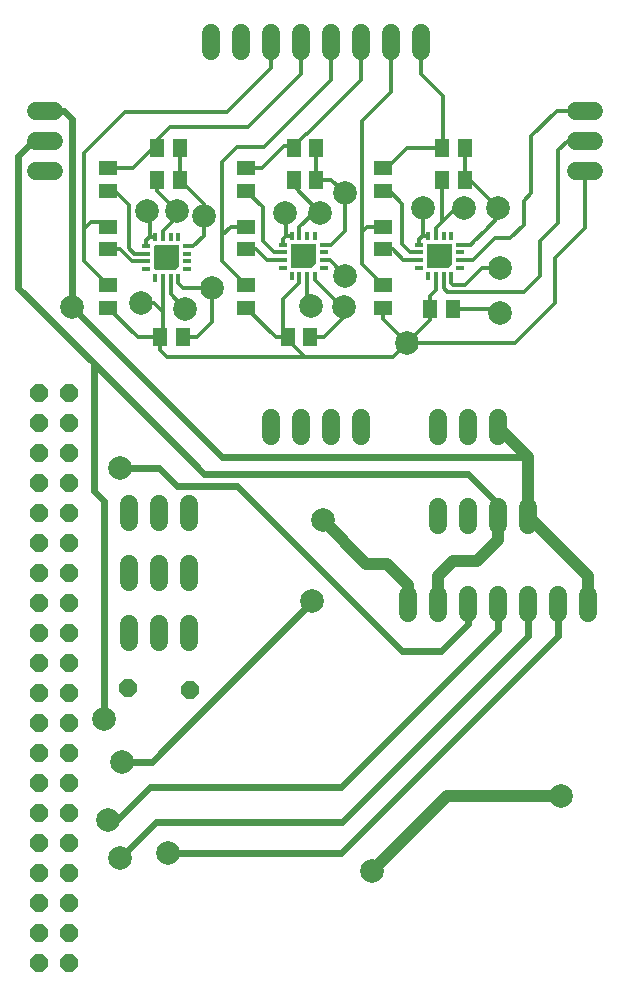
<source format=gbr>
G04 EAGLE Gerber RS-274X export*
G75*
%MOMM*%
%FSLAX34Y34*%
%LPD*%
%INBottom Copper*%
%IPPOS*%
%AMOC8*
5,1,8,0,0,1.08239X$1,22.5*%
G01*
%ADD10R,1.500000X1.300000*%
%ADD11R,1.300000X1.500000*%
%ADD12R,1.000000X1.000000*%
%ADD13R,0.350000X0.700000*%
%ADD14R,0.700000X0.350000*%
%ADD15P,1.649562X8X112.500000*%
%ADD16C,1.524000*%
%ADD17P,1.649562X8X22.500000*%
%ADD18C,2.000759*%
%ADD19C,1.016000*%
%ADD20C,0.609600*%
%ADD21C,0.355600*%

G36*
X386167Y628282D02*
X386167Y628282D01*
X386254Y628285D01*
X386307Y628302D01*
X386362Y628310D01*
X386441Y628345D01*
X386525Y628372D01*
X386564Y628400D01*
X386621Y628426D01*
X386734Y628522D01*
X386798Y628567D01*
X389973Y631742D01*
X390025Y631812D01*
X390085Y631876D01*
X390111Y631925D01*
X390144Y631969D01*
X390175Y632051D01*
X390215Y632129D01*
X390223Y632177D01*
X390245Y632235D01*
X390257Y632383D01*
X390270Y632460D01*
X390270Y648335D01*
X390262Y648393D01*
X390264Y648451D01*
X390242Y648533D01*
X390230Y648617D01*
X390207Y648670D01*
X390192Y648726D01*
X390149Y648799D01*
X390114Y648876D01*
X390076Y648921D01*
X390047Y648971D01*
X389985Y649029D01*
X389931Y649093D01*
X389882Y649125D01*
X389839Y649165D01*
X389764Y649204D01*
X389694Y649251D01*
X389638Y649268D01*
X389586Y649295D01*
X389518Y649306D01*
X389423Y649336D01*
X389323Y649339D01*
X389255Y649350D01*
X370205Y649350D01*
X370147Y649342D01*
X370089Y649344D01*
X370007Y649322D01*
X369924Y649310D01*
X369870Y649287D01*
X369814Y649272D01*
X369741Y649229D01*
X369664Y649194D01*
X369619Y649156D01*
X369569Y649127D01*
X369511Y649065D01*
X369447Y649011D01*
X369415Y648962D01*
X369375Y648919D01*
X369336Y648844D01*
X369290Y648774D01*
X369272Y648718D01*
X369245Y648666D01*
X369234Y648598D01*
X369204Y648503D01*
X369201Y648403D01*
X369190Y648335D01*
X369190Y629285D01*
X369198Y629227D01*
X369196Y629169D01*
X369218Y629087D01*
X369230Y629004D01*
X369254Y628950D01*
X369268Y628894D01*
X369311Y628821D01*
X369346Y628744D01*
X369384Y628699D01*
X369414Y628649D01*
X369475Y628591D01*
X369530Y628527D01*
X369578Y628495D01*
X369621Y628455D01*
X369696Y628416D01*
X369766Y628370D01*
X369822Y628352D01*
X369874Y628325D01*
X369942Y628314D01*
X370037Y628284D01*
X370137Y628281D01*
X370205Y628270D01*
X386080Y628270D01*
X386167Y628282D01*
G37*
G36*
X270597Y628282D02*
X270597Y628282D01*
X270684Y628285D01*
X270737Y628302D01*
X270792Y628310D01*
X270871Y628345D01*
X270955Y628372D01*
X270994Y628400D01*
X271051Y628426D01*
X271164Y628522D01*
X271228Y628567D01*
X274403Y631742D01*
X274455Y631812D01*
X274515Y631876D01*
X274541Y631925D01*
X274574Y631969D01*
X274605Y632051D01*
X274645Y632129D01*
X274653Y632177D01*
X274675Y632235D01*
X274687Y632383D01*
X274700Y632460D01*
X274700Y648335D01*
X274692Y648393D01*
X274694Y648451D01*
X274672Y648533D01*
X274660Y648617D01*
X274637Y648670D01*
X274622Y648726D01*
X274579Y648799D01*
X274544Y648876D01*
X274506Y648921D01*
X274477Y648971D01*
X274415Y649029D01*
X274361Y649093D01*
X274312Y649125D01*
X274269Y649165D01*
X274194Y649204D01*
X274124Y649251D01*
X274068Y649268D01*
X274016Y649295D01*
X273948Y649306D01*
X273853Y649336D01*
X273753Y649339D01*
X273685Y649350D01*
X254635Y649350D01*
X254577Y649342D01*
X254519Y649344D01*
X254437Y649322D01*
X254354Y649310D01*
X254300Y649287D01*
X254244Y649272D01*
X254171Y649229D01*
X254094Y649194D01*
X254049Y649156D01*
X253999Y649127D01*
X253941Y649065D01*
X253877Y649011D01*
X253845Y648962D01*
X253805Y648919D01*
X253766Y648844D01*
X253720Y648774D01*
X253702Y648718D01*
X253675Y648666D01*
X253664Y648598D01*
X253634Y648503D01*
X253631Y648403D01*
X253620Y648335D01*
X253620Y629285D01*
X253628Y629227D01*
X253626Y629169D01*
X253648Y629087D01*
X253660Y629004D01*
X253684Y628950D01*
X253698Y628894D01*
X253741Y628821D01*
X253776Y628744D01*
X253814Y628699D01*
X253844Y628649D01*
X253905Y628591D01*
X253960Y628527D01*
X254008Y628495D01*
X254051Y628455D01*
X254126Y628416D01*
X254196Y628370D01*
X254252Y628352D01*
X254304Y628325D01*
X254372Y628314D01*
X254467Y628284D01*
X254567Y628281D01*
X254635Y628270D01*
X270510Y628270D01*
X270597Y628282D01*
G37*
G36*
X155027Y627012D02*
X155027Y627012D01*
X155114Y627015D01*
X155167Y627032D01*
X155222Y627040D01*
X155301Y627075D01*
X155385Y627102D01*
X155424Y627130D01*
X155481Y627156D01*
X155594Y627252D01*
X155658Y627297D01*
X158833Y630472D01*
X158885Y630542D01*
X158945Y630606D01*
X158971Y630655D01*
X159004Y630699D01*
X159035Y630781D01*
X159075Y630859D01*
X159083Y630907D01*
X159105Y630965D01*
X159117Y631113D01*
X159130Y631190D01*
X159130Y647065D01*
X159122Y647123D01*
X159124Y647181D01*
X159102Y647263D01*
X159090Y647347D01*
X159067Y647400D01*
X159052Y647456D01*
X159009Y647529D01*
X158974Y647606D01*
X158936Y647651D01*
X158907Y647701D01*
X158845Y647759D01*
X158791Y647823D01*
X158742Y647855D01*
X158699Y647895D01*
X158624Y647934D01*
X158554Y647981D01*
X158498Y647998D01*
X158446Y648025D01*
X158378Y648036D01*
X158283Y648066D01*
X158183Y648069D01*
X158115Y648080D01*
X139065Y648080D01*
X139007Y648072D01*
X138949Y648074D01*
X138867Y648052D01*
X138784Y648040D01*
X138730Y648017D01*
X138674Y648002D01*
X138601Y647959D01*
X138524Y647924D01*
X138479Y647886D01*
X138429Y647857D01*
X138371Y647795D01*
X138307Y647741D01*
X138275Y647692D01*
X138235Y647649D01*
X138196Y647574D01*
X138150Y647504D01*
X138132Y647448D01*
X138105Y647396D01*
X138094Y647328D01*
X138064Y647233D01*
X138061Y647133D01*
X138050Y647065D01*
X138050Y628015D01*
X138058Y627957D01*
X138056Y627899D01*
X138078Y627817D01*
X138090Y627734D01*
X138114Y627680D01*
X138128Y627624D01*
X138171Y627551D01*
X138206Y627474D01*
X138244Y627429D01*
X138274Y627379D01*
X138335Y627321D01*
X138390Y627257D01*
X138438Y627225D01*
X138481Y627185D01*
X138556Y627146D01*
X138626Y627100D01*
X138682Y627082D01*
X138734Y627055D01*
X138802Y627044D01*
X138897Y627014D01*
X138997Y627011D01*
X139065Y627000D01*
X154940Y627000D01*
X155027Y627012D01*
G37*
D10*
X99060Y595020D03*
X99060Y614020D03*
D11*
X400660Y730250D03*
X381660Y730250D03*
X381660Y703580D03*
X400660Y703580D03*
X390500Y594360D03*
X371500Y594360D03*
X159360Y730250D03*
X140360Y730250D03*
X140360Y703580D03*
X159360Y703580D03*
X161900Y570230D03*
X142900Y570230D03*
D10*
X215900Y595020D03*
X215900Y614020D03*
D11*
X274930Y730250D03*
X255930Y730250D03*
X255930Y703580D03*
X274930Y703580D03*
X269850Y570230D03*
X250850Y570230D03*
D10*
X331470Y595020D03*
X331470Y614020D03*
D12*
X148590Y637540D03*
D13*
X158340Y620290D03*
X151840Y620290D03*
X145340Y620290D03*
X138840Y620290D03*
D14*
X131340Y627790D03*
X131340Y634290D03*
X131340Y640790D03*
X131340Y647290D03*
D13*
X138840Y654790D03*
X145340Y654790D03*
X151840Y654790D03*
X158340Y654790D03*
D14*
X165840Y647290D03*
X165840Y640790D03*
X165840Y634290D03*
X165840Y627790D03*
D12*
X264160Y638810D03*
D13*
X273910Y621560D03*
X267410Y621560D03*
X260910Y621560D03*
X254410Y621560D03*
D14*
X246910Y629060D03*
X246910Y635560D03*
X246910Y642060D03*
X246910Y648560D03*
D13*
X254410Y656060D03*
X260910Y656060D03*
X267410Y656060D03*
X273910Y656060D03*
D14*
X281410Y648560D03*
X281410Y642060D03*
X281410Y635560D03*
X281410Y629060D03*
D12*
X379730Y638810D03*
D13*
X389480Y621560D03*
X382980Y621560D03*
X376480Y621560D03*
X369980Y621560D03*
D14*
X362480Y629060D03*
X362480Y635560D03*
X362480Y642060D03*
X362480Y648560D03*
D13*
X369980Y656060D03*
X376480Y656060D03*
X382980Y656060D03*
X389480Y656060D03*
D14*
X396980Y648560D03*
X396980Y642060D03*
X396980Y635560D03*
X396980Y629060D03*
D15*
X66040Y40640D03*
X40640Y40640D03*
X66040Y66040D03*
X40640Y66040D03*
X66040Y91440D03*
X40640Y91440D03*
X66040Y116840D03*
X40640Y116840D03*
X66040Y142240D03*
X40640Y142240D03*
X66040Y167640D03*
X40640Y167640D03*
X66040Y193040D03*
X40640Y193040D03*
X66040Y218440D03*
X40640Y218440D03*
X66040Y243840D03*
X40640Y243840D03*
X66040Y269240D03*
X40640Y269240D03*
X66040Y294640D03*
X40640Y294640D03*
X66040Y320040D03*
X40640Y320040D03*
X66040Y345440D03*
X40640Y345440D03*
X66040Y370840D03*
X40640Y370840D03*
X66040Y396240D03*
X40640Y396240D03*
X66040Y421640D03*
X40640Y421640D03*
X66040Y447040D03*
X40640Y447040D03*
X66040Y472440D03*
X40640Y472440D03*
X66040Y497840D03*
X40640Y497840D03*
X66040Y523240D03*
X40640Y523240D03*
D10*
X99060Y713080D03*
X99060Y694080D03*
X99060Y663550D03*
X99060Y644550D03*
X215900Y713080D03*
X215900Y694080D03*
X215900Y663550D03*
X215900Y644550D03*
X331470Y713080D03*
X331470Y694080D03*
X331470Y663550D03*
X331470Y644550D03*
D16*
X363982Y812800D02*
X363982Y828040D01*
X338582Y828040D02*
X338582Y812800D01*
X313182Y812800D02*
X313182Y828040D01*
X287782Y828040D02*
X287782Y812800D01*
X262382Y812800D02*
X262382Y828040D01*
X236982Y828040D02*
X236982Y812800D01*
X211582Y812800D02*
X211582Y828040D01*
X186182Y828040D02*
X186182Y812800D01*
X236982Y501650D02*
X236982Y486410D01*
X262382Y486410D02*
X262382Y501650D01*
X287782Y501650D02*
X287782Y486410D01*
X313182Y486410D02*
X313182Y501650D01*
X53340Y762000D02*
X38100Y762000D01*
X38100Y736600D02*
X53340Y736600D01*
X53340Y711200D02*
X38100Y711200D01*
X495300Y711200D02*
X510540Y711200D01*
X510540Y736600D02*
X495300Y736600D01*
X495300Y762000D02*
X510540Y762000D01*
X378460Y501650D02*
X378460Y486410D01*
X403860Y486410D02*
X403860Y501650D01*
X429260Y501650D02*
X429260Y486410D01*
X378460Y426720D02*
X378460Y411480D01*
X403860Y411480D02*
X403860Y426720D01*
X429260Y426720D02*
X429260Y411480D01*
X454660Y411480D02*
X454660Y426720D01*
X116840Y327660D02*
X116840Y312420D01*
X142240Y312420D02*
X142240Y327660D01*
X167640Y327660D02*
X167640Y312420D01*
X116840Y363220D02*
X116840Y378460D01*
X142240Y378460D02*
X142240Y363220D01*
X167640Y363220D02*
X167640Y378460D01*
X116332Y414020D02*
X116332Y429260D01*
X141732Y429260D02*
X141732Y414020D01*
X167132Y414020D02*
X167132Y429260D01*
D17*
X115570Y273050D03*
X167894Y271526D03*
D16*
X505460Y336550D02*
X505460Y351790D01*
X480060Y351790D02*
X480060Y336550D01*
X454660Y336550D02*
X454660Y351790D01*
X429260Y351790D02*
X429260Y336550D01*
X403860Y336550D02*
X403860Y351790D01*
X378460Y351790D02*
X378460Y336550D01*
X353060Y336550D02*
X353060Y351790D01*
D18*
X281051Y414909D03*
D19*
X317500Y378460D01*
X335280Y378460D01*
X353060Y360680D01*
X353060Y344170D01*
D18*
X149860Y133350D03*
D20*
X480060Y317500D02*
X480060Y344170D01*
X295910Y133350D02*
X149860Y133350D01*
X295910Y133350D02*
X480060Y317500D01*
D21*
X138840Y654790D02*
X134090Y654790D01*
X131340Y652040D02*
X131340Y647290D01*
X131340Y652040D02*
X134090Y654790D01*
X134090Y674900D01*
X132080Y676910D01*
D18*
X132080Y676910D03*
X186690Y612140D03*
D21*
X158340Y616360D02*
X158340Y620290D01*
X162560Y612140D02*
X186690Y612140D01*
X162560Y612140D02*
X158340Y616360D01*
X161900Y570230D02*
X173990Y570230D01*
X186690Y582930D01*
X186690Y612140D01*
D19*
X429260Y494030D02*
X454660Y468630D01*
X454660Y419100D01*
D20*
X454660Y468630D02*
X195580Y468630D01*
X68580Y595630D01*
D18*
X68580Y595630D03*
D20*
X61214Y762000D02*
X45720Y762000D01*
X68580Y754634D02*
X68580Y595630D01*
X68580Y754634D02*
X61214Y762000D01*
D19*
X505460Y368300D02*
X505460Y344170D01*
X505460Y368300D02*
X454660Y419100D01*
D21*
X99060Y614020D02*
X78740Y634340D01*
X99060Y663550D02*
X95250Y667360D01*
X84430Y667360D01*
X78740Y661670D02*
X78740Y634340D01*
X78740Y661670D02*
X84430Y667360D01*
X113030Y760730D02*
X199390Y760730D01*
X113030Y760730D02*
X78740Y726440D01*
X78740Y661670D01*
X236982Y798322D02*
X236982Y820420D01*
X236982Y798322D02*
X199390Y760730D01*
X119990Y713080D02*
X99060Y713080D01*
X119990Y713080D02*
X137160Y730250D01*
X140360Y730250D01*
X151130Y748030D02*
X217170Y748030D01*
X151130Y748030D02*
X140360Y737260D01*
X140360Y730250D01*
X262382Y793242D02*
X262382Y820420D01*
X262382Y793242D02*
X217170Y748030D01*
X131190Y640940D02*
X131340Y640790D01*
X131190Y640940D02*
X121150Y640940D01*
X116885Y645205D01*
X116885Y681945D01*
X104750Y694080D02*
X99060Y694080D01*
X104750Y694080D02*
X116885Y681945D01*
X108560Y644550D02*
X99060Y644550D01*
X118820Y634290D02*
X131340Y634290D01*
X118820Y634290D02*
X108560Y644550D01*
X376480Y656060D02*
X376480Y662230D01*
X381660Y667410D01*
X381660Y703580D01*
X393700Y679450D02*
X381660Y667410D01*
X393700Y679450D02*
X400050Y679450D01*
D18*
X400050Y679450D03*
D21*
X260910Y663500D02*
X260910Y656060D01*
X273050Y675640D02*
X278130Y675640D01*
X273050Y675640D02*
X260910Y663500D01*
D18*
X278130Y675640D03*
D21*
X255930Y697840D02*
X255930Y703580D01*
X255930Y697840D02*
X278130Y675640D01*
X145518Y654968D02*
X145340Y654790D01*
X145518Y654968D02*
X145518Y660184D01*
X156933Y671598D02*
X156933Y676910D01*
D18*
X156933Y676910D03*
D21*
X156933Y671598D02*
X145518Y660184D01*
X140360Y693483D02*
X140360Y703580D01*
X140360Y693483D02*
X156933Y676910D01*
X165840Y647290D02*
X171040Y647290D01*
X159360Y703580D02*
X159360Y730250D01*
X281410Y648560D02*
X287880Y648560D01*
X376480Y621560D02*
X376480Y610160D01*
X371500Y605180D02*
X371500Y594360D01*
X371500Y605180D02*
X376480Y610160D01*
X396980Y648560D02*
X405990Y648560D01*
D18*
X429260Y679450D03*
X351790Y565150D03*
D21*
X371500Y584860D01*
X371500Y594360D01*
X331470Y595020D02*
X331470Y585470D01*
X351790Y565150D01*
X443230Y565150D01*
X477520Y599440D01*
X477520Y637540D01*
X274930Y703580D02*
X274930Y730250D01*
X400660Y730250D02*
X400660Y703580D01*
X429260Y679450D02*
X429260Y671830D01*
X408940Y651510D02*
X405990Y648560D01*
X429260Y679450D02*
X405130Y703580D01*
X400660Y703580D01*
D18*
X299114Y692150D03*
D21*
X299114Y659794D01*
X287880Y648560D01*
X287684Y703580D02*
X274930Y703580D01*
X287684Y703580D02*
X299114Y692150D01*
X351790Y565150D02*
X340360Y553720D01*
X265430Y553720D01*
X251460Y567690D01*
X251460Y569620D01*
X250850Y570230D01*
X257888Y613488D02*
X258054Y613488D01*
X260910Y616344D02*
X260910Y621560D01*
X260910Y616344D02*
X258054Y613488D01*
X247040Y602640D02*
X247040Y574040D01*
X250850Y570230D01*
X247040Y602640D02*
X257888Y613488D01*
X215900Y595020D02*
X240690Y570230D01*
X250850Y570230D01*
X265430Y553720D02*
X148590Y553720D01*
X142900Y559410D02*
X142900Y570230D01*
X142900Y559410D02*
X148590Y553720D01*
X142900Y570230D02*
X123850Y570230D01*
X99060Y595020D01*
X145340Y591820D02*
X145340Y620290D01*
X145340Y591820D02*
X145340Y572670D01*
X142900Y570230D01*
X145340Y591820D02*
X137720Y599440D01*
X127000Y599440D01*
D18*
X127000Y599440D03*
X179734Y673100D03*
D21*
X179734Y683206D02*
X159360Y703580D01*
X179734Y683206D02*
X179734Y673100D01*
X179734Y655984D02*
X171040Y647290D01*
X179734Y655984D02*
X179734Y673100D01*
X408940Y651600D02*
X408940Y651510D01*
X408940Y651600D02*
X417740Y660400D01*
X417830Y660400D01*
X429260Y671830D01*
X502920Y662940D02*
X502920Y711200D01*
X502920Y662940D02*
X477520Y637540D01*
X254410Y656060D02*
X249660Y656060D01*
X246910Y653310D02*
X246910Y648560D01*
X246910Y653310D02*
X249660Y656060D01*
X249660Y674900D01*
X248920Y675640D01*
D18*
X248920Y675640D03*
D21*
X298450Y587400D02*
X281280Y570230D01*
X269850Y570230D01*
X298450Y587400D02*
X298450Y595630D01*
D18*
X298450Y595630D03*
D21*
X273910Y618900D02*
X273910Y621560D01*
X297180Y595630D02*
X298450Y595630D01*
X297180Y595630D02*
X273910Y618900D01*
X215900Y614020D02*
X195580Y634340D01*
X202540Y663550D02*
X215900Y663550D01*
X195580Y656590D02*
X195580Y634340D01*
X195580Y656590D02*
X202540Y663550D01*
X208280Y731520D02*
X231140Y731520D01*
X208280Y731520D02*
X195580Y718820D01*
X195580Y656590D01*
X287782Y788162D02*
X287782Y820420D01*
X287782Y788162D02*
X231140Y731520D01*
X229210Y713080D02*
X215900Y713080D01*
X267342Y742322D02*
X313182Y788162D01*
X313182Y820420D01*
X267342Y742322D02*
X266536Y742322D01*
X255930Y731716D01*
X255930Y730250D01*
X255930Y731716D02*
X247846Y731716D01*
X229210Y713080D01*
X239320Y642060D02*
X246910Y642060D01*
X229870Y680110D02*
X215900Y694080D01*
X229870Y651510D02*
X239320Y642060D01*
X229870Y651510D02*
X229870Y680110D01*
X233120Y635560D02*
X246910Y635560D01*
X224130Y644550D02*
X215900Y644550D01*
X224130Y644550D02*
X233120Y635560D01*
X365230Y656060D02*
X369980Y656060D01*
X362480Y653310D02*
X362480Y648560D01*
X362480Y653310D02*
X365230Y656060D01*
X389480Y621560D02*
X389480Y616360D01*
X391160Y614680D01*
X401320Y614680D01*
X415290Y628650D02*
X430530Y628650D01*
D18*
X430530Y628650D03*
D21*
X415290Y628650D02*
X401320Y614680D01*
X365230Y656060D02*
X365230Y678920D01*
X365760Y679450D01*
D18*
X365760Y679450D03*
D21*
X426720Y594360D02*
X430530Y590550D01*
D18*
X430530Y590550D03*
D21*
X426720Y594360D02*
X390500Y594360D01*
X331470Y614020D02*
X313690Y631800D01*
X318110Y663550D02*
X331470Y663550D01*
X313690Y659130D02*
X313690Y631800D01*
X313690Y659130D02*
X318110Y663550D01*
X313690Y659130D02*
X313690Y753110D01*
X338582Y778002D02*
X338582Y820420D01*
X338582Y778002D02*
X313690Y753110D01*
X331470Y713080D02*
X334620Y713080D01*
X351790Y730250D02*
X381660Y730250D01*
X351790Y730250D02*
X334620Y713080D01*
X363982Y792988D02*
X363982Y820420D01*
X363982Y792988D02*
X382270Y774700D01*
X382270Y730860D01*
X381660Y730250D01*
X362480Y642060D02*
X354890Y642060D01*
X347980Y648970D02*
X347980Y683260D01*
X337160Y694080D01*
X331470Y694080D01*
X347980Y648970D02*
X354890Y642060D01*
X348690Y635560D02*
X362480Y635560D01*
X339700Y644550D02*
X331470Y644550D01*
X339700Y644550D02*
X348690Y635560D01*
D18*
X299720Y622300D03*
D21*
X289482Y632538D02*
X289482Y632704D01*
X289482Y632538D02*
X299720Y622300D01*
X286626Y635560D02*
X281410Y635560D01*
X286626Y635560D02*
X289482Y632704D01*
X267410Y621560D02*
X267410Y600000D01*
X270510Y596900D01*
D18*
X270510Y596900D03*
X322580Y118110D03*
D19*
X386080Y181610D02*
X482600Y181610D01*
X386080Y181610D02*
X322580Y118110D01*
D18*
X482600Y181610D03*
D20*
X134620Y189230D02*
X106680Y161290D01*
X99060Y161290D01*
D18*
X99060Y161290D03*
D20*
X429260Y322580D02*
X429260Y344170D01*
X429260Y322580D02*
X295910Y189230D01*
X134620Y189230D01*
X180340Y454660D02*
X403860Y454660D01*
X180340Y454660D02*
X87122Y547878D01*
X22860Y612140D01*
X403860Y454660D02*
X429260Y429260D01*
X429260Y419100D01*
D18*
X95250Y246634D03*
D20*
X95250Y431800D01*
X87122Y439928D01*
X87122Y547878D01*
D19*
X429260Y419100D02*
X429260Y398780D01*
X411480Y381000D01*
X391160Y381000D01*
X378460Y368300D01*
X378460Y344170D01*
D20*
X22860Y612140D02*
X22860Y723900D01*
X35560Y736600D02*
X45720Y736600D01*
X35560Y736600D02*
X22860Y723900D01*
D18*
X110490Y210820D03*
D20*
X135890Y210820D01*
X271780Y346710D01*
D18*
X271780Y346710D03*
D21*
X151840Y606350D02*
X151840Y620290D01*
X151840Y606350D02*
X163830Y594360D01*
D18*
X163830Y594360D03*
D21*
X382980Y611430D02*
X382980Y621560D01*
X382980Y611430D02*
X386080Y608330D01*
X450850Y608330D01*
X464820Y622300D01*
X464820Y651510D01*
X480060Y666750D01*
X480060Y728218D01*
X488442Y736600D02*
X502920Y736600D01*
X488442Y736600D02*
X480060Y728218D01*
X450850Y685800D02*
X450850Y665480D01*
X450850Y685800D02*
X457200Y692150D01*
X408230Y635560D02*
X396980Y635560D01*
X408230Y635560D02*
X426720Y654050D01*
X439420Y654050D01*
X450850Y665480D01*
X457200Y692150D02*
X457200Y740664D01*
X478536Y762000D02*
X502920Y762000D01*
X478536Y762000D02*
X457200Y740664D01*
D18*
X109220Y459740D03*
D20*
X403860Y344170D02*
X403860Y327660D01*
X381000Y304800D01*
X347980Y304800D01*
X142240Y459740D02*
X109220Y459740D01*
X208280Y444500D02*
X347980Y304800D01*
X208280Y444500D02*
X157480Y444500D01*
X142240Y459740D01*
X454660Y344170D02*
X454660Y317500D01*
X139700Y160020D02*
X109220Y129540D01*
D18*
X109220Y129540D03*
D20*
X297180Y160020D02*
X454660Y317500D01*
X297180Y160020D02*
X139700Y160020D01*
M02*

</source>
